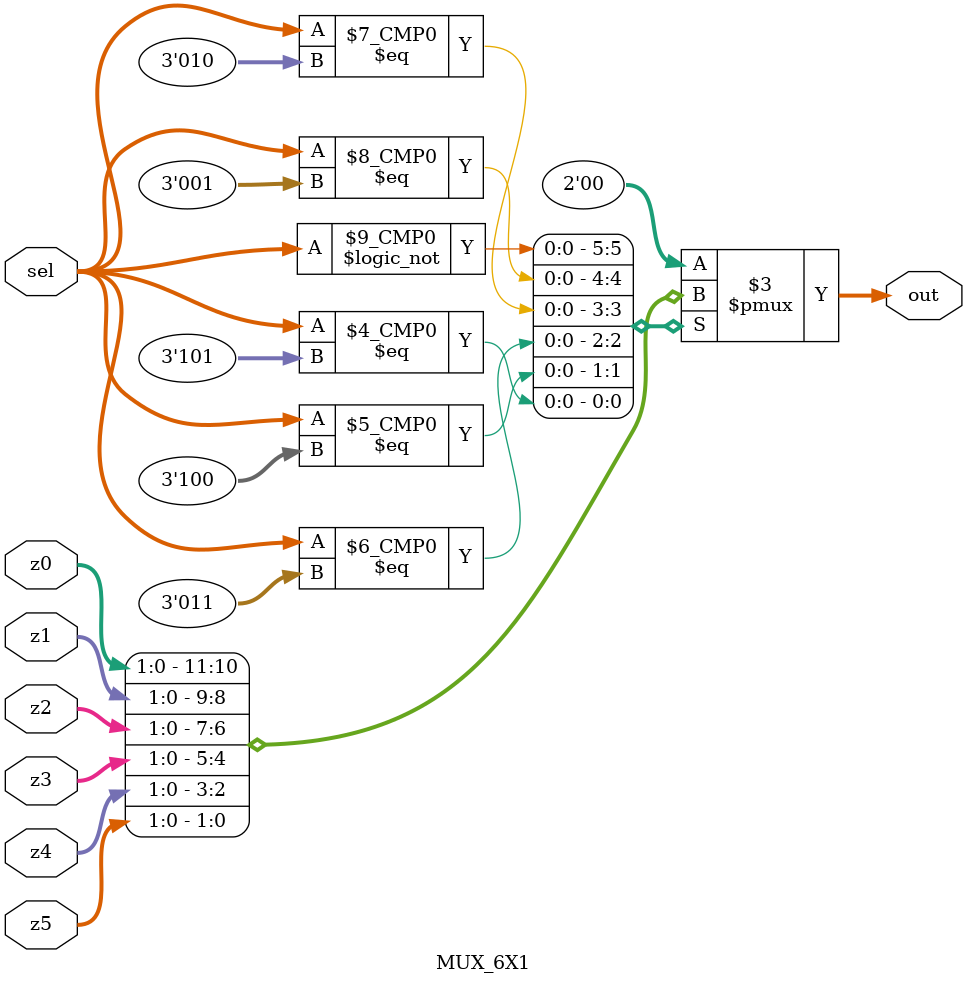
<source format=v>
module MUX_6X1(
input         wire     [1:0]       z0,
input         wire     [1:0]       z1,
input         wire     [1:0]       z2,
input         wire     [1:0]       z3,
input         wire     [1:0]       z4,
input         wire     [1:0]       z5,
input         wire     [2:0]       sel,
output        reg      [1:0]       out
);


always@(*)
begin
	case(sel)
	
		3'b000:begin
			out = z0;
		end
	
		3'b001:begin
			out = z1;
		end
	
		3'b010:begin
			out = z2;
		end
		
		3'b011:begin
			out = z3;
		end
		
		3'b100:begin
			out = z4;
		end
		
		3'b101:begin
			out = z5;
		end
      
		default:begin
                       out = 2'b00;
                end
	endcase
end

endmodule
</source>
